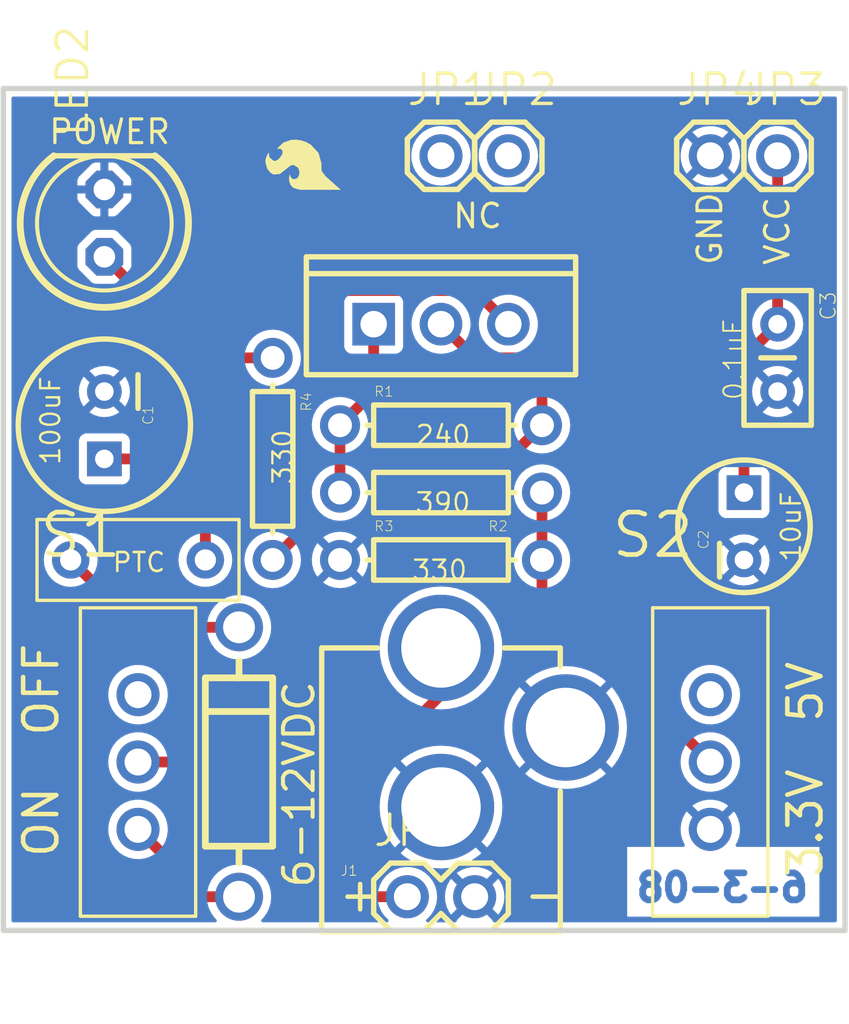
<source format=kicad_pcb>
(kicad_pcb (version 20211014) (generator pcbnew)
  (layers (0 "F.Cu" signal) (31 "B.Cu" signal) (34 "B.Paste" user) (35 "F.Paste" user) (36 "B.SilkS" user "B.Silkscreen") (37 "F.SilkS" user "F.Silkscreen") (38 "B.Mask" user) (39 "F.Mask" user) (44 "Edge.Cuts" user))
  (net 0 "")
  (net 1 "GND")
  (net 2 "N$5")
  (net 3 "N$8")
  (net 4 "RAW")
  (net 5 "VCC")
  (net 6 "N$1")
  (net 7 "N$2")
  (net 8 "N$3")
  (net 9 "N$4")
  (footprint "eagleBoard:CAP-PTH-SMALL2" (layer "F.Cu") (at 161.8361 98.0186 -90)
    (fp_text reference "C3" (at -1.27 -1.905 90) (layer "F.SilkS") (effects (font (size 0.564733 0.564733) (thickness 0.044867)) (justify right)))
    (fp_text value "0.1uF" (at 2.921 1.651 90) (layer "F.SilkS") (effects (font (size 0.7455 0.7455) (thickness 0.0673)) (justify left)))
    (fp_line (start 3.81 1.27) (end -1.27 1.27) (layer "F.SilkS") (width 0.2032))
    (fp_line (start 1.27 -0.635) (end 1.27 0.635) (layer "F.SilkS") (width 0.2032))
    (fp_line (start -1.27 -1.27) (end 3.81 -1.27) (layer "F.SilkS") (width 0.2032))
    (fp_line (start -1.27 1.27) (end -1.27 -1.27) (layer "F.SilkS") (width 0.2032))
    (fp_line (start 3.81 -1.27) (end 3.81 1.27) (layer "F.SilkS") (width 0.2032))
    (pad "1" thru_hole circle (at 0 0 270) (size 1.3096 1.3096) (drill 0.7) (layers *.Cu *.Mask) (net 5 "VCC"))
    (pad "2" thru_hole circle (at 2.54 0 270) (size 1.3096 1.3096) (drill 0.7) (layers *.Cu *.Mask) (net 1 "GND"))
  )
  (footprint "eagleBoard:AXIAL-0.3" (layer "F.Cu") (at 142.7861 103.0986 -90)
    (fp_text reference "R4" (at -2.54 -1.27 90) (layer "F.SilkS") (effects (font (size 0.376489 0.376489) (thickness 0.029911)) (justify right)))
    (fp_text value "330" (at 1.016 -0.381 90) (layer "F.SilkS") (effects (font (size 0.723067 0.723067) (thickness 0.089733)) (justify left)))
    (fp_line (start 2.54 0) (end 2.54 0.762) (layer "F.SilkS") (width 0.2032))
    (fp_line (start 2.54 0) (end 2.794 0) (layer "F.SilkS") (width 0.2032))
    (fp_line (start -2.54 -0.762) (end 2.54 -0.762) (layer "F.SilkS") (width 0.2032))
    (fp_line (start 2.54 0.762) (end -2.54 0.762) (layer "F.SilkS") (width 0.2032))
    (fp_line (start -2.54 0.762) (end -2.54 0) (layer "F.SilkS") (width 0.2032))
    (fp_line (start 2.54 -0.762) (end 2.54 0) (layer "F.SilkS") (width 0.2032))
    (fp_line (start -2.54 0) (end -2.54 -0.762) (layer "F.SilkS") (width 0.2032))
    (fp_line (start -2.54 0) (end -2.794 0) (layer "F.SilkS") (width 0.2032))
    (pad "P$1" thru_hole circle (at -3.81 0 270) (size 1.5096 1.5096) (drill 0.9) (layers *.Cu *.Mask) (net 3 "N$8"))
    (pad "P$2" thru_hole circle (at 3.81 0 270) (size 1.5096 1.5096) (drill 0.9) (layers *.Cu *.Mask) (net 5 "VCC"))
  )
  (footprint "eagleBoard:CPOL-RADIAL-100UF-25V" (layer "F.Cu") (at 136.4361 101.8286 -90)
    (fp_text reference "C1" (at -0.762 -1.651 90) (layer "F.SilkS") (effects (font (size 0.376489 0.376489) (thickness 0.029911)) (justify right)))
    (fp_text value "100uF" (at -1.905 2.032 90) (layer "F.SilkS") (effects (font (size 0.723067 0.723067) (thickness 0.089733)) (justify right)))
    (fp_line (start -0.635 -1.27) (end -1.905 -1.27) (layer "F.SilkS") (width 0.2032))
    (fp_circle (center 0 0) (end 3.25 0) (layer "F.SilkS") (width 0.2032) (fill none))
    (pad "1" thru_hole rect (at 1.27 0 270) (size 1.3096 1.3096) (drill 0.7) (layers *.Cu *.Mask) (net 4 "RAW"))
    (pad "2" thru_hole circle (at -1.27 0 270) (size 1.3096 1.3096) (drill 0.7) (layers *.Cu *.Mask) (net 1 "GND"))
  )
  (footprint "eagleBoard:1X01" (layer "F.Cu") (at 161.8361 91.6686)
    (fp_text reference "JP3" (at -1.3462 -1.8288) (layer "F.SilkS") (effects (font (size 1.143 1.143) (thickness 0.127)) (justify left bottom)))
    (fp_text value "")
    (fp_line (start -0.635 -1.27) (end -1.27 -0.635) (layer "F.SilkS") (width 0.2032))
    (fp_line (start -1.27 0.635) (end -0.635 1.27) (layer "F.SilkS") (width 0.2032))
    (fp_line (start 1.27 0.635) (end 0.635 1.27) (layer "F.SilkS") (width 0.2032))
    (fp_line (start -0.635 -1.27) (end 0.635 -1.27) (layer "F.SilkS") (width 0.2032))
    (fp_line (start 0.635 -1.27) (end 1.27 -0.635) (layer "F.SilkS") (width 0.2032))
    (fp_line (start -1.27 -0.635) (end -1.27 0.635) (layer "F.SilkS") (width 0.2032))
    (fp_line (start 0.635 1.27) (end -0.635 1.27) (layer "F.SilkS") (width 0.2032))
    (fp_line (start 1.27 -0.635) (end 1.27 0.635) (layer "F.SilkS") (width 0.2032))
    (pad "1" thru_hole circle (at 0 0 90) (size 1.6256 1.6256) (drill 1.016) (layers *.Cu *.Mask) (net 5 "VCC"))
  )
  (footprint "eagleBoard:1X01" (layer "F.Cu") (at 149.1361 91.6686)
    (fp_text reference "JP1" (at -1.3462 -1.8288) (layer "F.SilkS") (effects (font (size 1.143 1.143) (thickness 0.127)) (justify left bottom)))
    (fp_text value "")
    (fp_line (start 0.635 -1.27) (end 1.27 -0.635) (layer "F.SilkS") (width 0.2032))
    (fp_line (start -1.27 0.635) (end -0.635 1.27) (layer "F.SilkS") (width 0.2032))
    (fp_line (start 1.27 0.635) (end 0.635 1.27) (layer "F.SilkS") (width 0.2032))
    (fp_line (start 0.635 1.27) (end -0.635 1.27) (layer "F.SilkS") (width 0.2032))
    (fp_line (start 1.27 -0.635) (end 1.27 0.635) (layer "F.SilkS") (width 0.2032))
    (fp_line (start -0.635 -1.27) (end -1.27 -0.635) (layer "F.SilkS") (width 0.2032))
    (fp_line (start -0.635 -1.27) (end 0.635 -1.27) (layer "F.SilkS") (width 0.2032))
    (fp_line (start -1.27 -0.635) (end -1.27 0.635) (layer "F.SilkS") (width 0.2032))
    (pad "1" thru_hole circle (at 0 0 90) (size 1.6256 1.6256) (drill 1.016) (layers *.Cu *.Mask))
  )
  (footprint "eagleBoard:1X01" (layer "F.Cu") (at 151.6761 91.6686)
    (fp_text reference "JP2" (at -1.3462 -1.8288) (layer "F.SilkS") (effects (font (size 1.143 1.143) (thickness 0.127)) (justify left bottom)))
    (fp_text value "")
    (fp_line (start 0.635 1.27) (end -0.635 1.27) (layer "F.SilkS") (width 0.2032))
    (fp_line (start 1.27 0.635) (end 0.635 1.27) (layer "F.SilkS") (width 0.2032))
    (fp_line (start 1.27 -0.635) (end 1.27 0.635) (layer "F.SilkS") (width 0.2032))
    (fp_line (start -0.635 -1.27) (end -1.27 -0.635) (layer "F.SilkS") (width 0.2032))
    (fp_line (start -1.27 0.635) (end -0.635 1.27) (layer "F.SilkS") (width 0.2032))
    (fp_line (start -0.635 -1.27) (end 0.635 -1.27) (layer "F.SilkS") (width 0.2032))
    (fp_line (start 0.635 -1.27) (end 1.27 -0.635) (layer "F.SilkS") (width 0.2032))
    (fp_line (start -1.27 -0.635) (end -1.27 0.635) (layer "F.SilkS") (width 0.2032))
    (pad "1" thru_hole circle (at 0 0 90) (size 1.6256 1.6256) (drill 1.016) (layers *.Cu *.Mask))
  )
  (footprint "eagleBoard:SFE-LOGO-FLAME" (layer "F.Cu") (at 145.3261 92.9386 90)
    (fp_text reference "U$1" hide)
    (fp_text value "LOGO-SFESK" hide)
    (fp_poly (pts (xy 1.126002 -2.808203) (xy 1.215449 -2.785829) (xy 1.228477 -2.780783) (xy 1.240149 -2.774875) (xy 1.25686 -2.766576) (xy 1.275552 -2.759834) (xy 1.371694 -2.7026) (xy 1.3793 -2.7026) (xy 1.3793 -2.6772) (xy 1.306833 -2.6772) (xy 1.208418 -2.657914) (xy 1.074855 -2.495286) (xy 1.079365 -2.436825) (xy 1.12809 -2.341869) (xy 1.204666 -2.265196) (xy 1.294069 -2.200638) (xy 1.369348 -2.168824) (xy 1.450737 -2.171632) (xy 1.458864 -2.174186) (xy 1.466257 -2.177389) (xy 1.530514 -2.236956) (xy 1.5368 -2.259812) (xy 1.5368 -2.377938) (xy 1.763707 -2.148127) (xy 1.868186 -1.856841) (xy 1.871603 -1.856894) (xy 1.87806 -1.650435) (xy 1.848857 -1.45742) (xy 1.785308 -1.272842) (xy 1.6663 -1.061578) (xy 1.6663 -1.080581) (xy 1.378131 -0.80901) (xy 0.982239 -0.6985) (xy 0.753005 -0.6985) (xy 0.716201 -0.692046) (xy 0.681776 -0.679592) (xy 0.496322 -0.541784) (xy -0.0126 0.03091) (xy -0.0126 -1.52077) (xy 0.060004 -1.761967) (xy 0.168295 -1.865489) (xy 0.307122 -1.917522) (xy 0.4039 -1.925089) (xy 0.499384 -1.917623) (xy 0.55991 -1.908099) (xy 0.557788 -1.884433) (xy 0.522216 -1.885242) (xy 0.501784 -1.876141) (xy 0.420519 -1.817154) (xy 0.400722 -1.79067) (xy 0.390395 -1.7285) (xy 0.400905 -1.665229) (xy 0.421405 -1.625174) (xy 0.452343 -1.592685) (xy 0.546535 -1.54355) (xy 0.652229 -1.531742) (xy 0.742768 -1.550084) (xy 0.82422 -1.589656) (xy 0.92203 -1.754659) (xy 0.907706 -1.848844) (xy 0.850914 -1.930401) (xy 0.584707 -2.263237) (xy 0.561667 -2.510855) (xy 0.627495 -2.621556) (xy 0.629042 -2.623103) (xy 0.778901 -2.74712) (xy 1.032676 -2.817064)) (layer "F.SilkS") (width 0) (fill solid))
  )
  (footprint "eagleBoard:LED5MM" (layer "F.Cu") (at 136.4361 94.2086 90)
    (fp_text reference "LED2" (at 3.175 -0.5334 90) (layer "F.SilkS") (effects (font (size 1.143 1.143) (thickness 0.127)) (justify left bottom)))
    (fp_text value "Power")
    (fp_line (start 2.54 1.905) (end 2.54 -1.905) (layer "F.SilkS") (width 0.2032))
    (fp_arc (start 2.54 1.905) (mid -3.175 0) (end 2.54 -1.905) (layer "F.SilkS") (width 0.254))
    (fp_circle (center 0 0) (end 2.54 0) (layer "F.SilkS") (width 0.1524) (fill none))
    (pad "A" thru_hole roundrect (at -1.27 0 90) (size 1.4224 1.4224) (drill 0.8128) (layers *.Cu *.Mask) (chamfer_ratio 0.2928932188) (chamfer top_left top_right bottom_left bottom_right) (net 3 "N$8"))
    (pad "K" thru_hole roundrect (at 1.27 0 90) (size 1.4224 1.4224) (drill 0.8128) (layers *.Cu *.Mask) (chamfer_ratio 0.2928932188) (chamfer top_left top_right bottom_left bottom_right) (net 1 "GND"))
  )
  (footprint "eagleBoard:PTC" (layer "F.Cu") (at 137.7061 106.9086)
    (fp_text reference "F1" hide)
    (fp_text value "500mA" hide)
    (fp_line (start -3.81 1.524) (end -3.81 -1.524) (layer "F.SilkS") (width 0.127))
    (fp_line (start 3.81 -1.524) (end 3.81 1.524) (layer "F.SilkS") (width 0.127))
    (fp_line (start 3.81 1.524) (end -3.81 1.524) (layer "F.SilkS") (width 0.127))
    (fp_line (start -3.81 -1.524) (end 3.81 -1.524) (layer "F.SilkS") (width 0.127))
    (pad "P$1" thru_hole circle (at -2.54 0) (size 1.4096 1.4096) (drill 0.8) (layers *.Cu *.Mask) (net 6 "N$1"))
    (pad "P$2" thru_hole circle (at 2.54 0) (size 1.4096 1.4096) (drill 0.8) (layers *.Cu *.Mask) (net 4 "RAW"))
  )
  (footprint "eagleBoard:TO220-ADJ" (layer "F.Cu") (at 149.1361 98.0186)
    (fp_text reference "U1" hide)
    (fp_text value "LM317" hide)
    (fp_line (start 5.08 -1.905) (end -5.08 -1.905) (layer "F.SilkS") (width 0.2032))
    (fp_line (start 5.08 -2.54) (end 5.08 -1.905) (layer "F.SilkS") (width 0.2032))
    (fp_line (start -5.08 -1.905) (end -5.08 -2.54) (layer "F.SilkS") (width 0.2032))
    (fp_line (start 5.08 -1.905) (end 5.08 1.905) (layer "F.SilkS") (width 0.2032))
    (fp_line (start -5.08 1.905) (end -5.08 -1.905) (layer "F.SilkS") (width 0.2032))
    (fp_line (start -5.08 -2.54) (end 5.08 -2.54) (layer "F.SilkS") (width 0.2032))
    (fp_line (start 5.08 1.905) (end -5.08 1.905) (layer "F.SilkS") (width 0.2032))
    (pad "ADJ" thru_hole rect (at -2.54 0) (size 1.6096 1.6096) (drill 1) (layers *.Cu *.Mask) (net 2 "N$5"))
    (pad "IN" thru_hole circle (at 2.54 0) (size 1.6096 1.6096) (drill 1) (layers *.Cu *.Mask) (net 4 "RAW"))
    (pad "OUT" thru_hole circle (at 0 0) (size 1.6096 1.6096) (drill 1) (layers *.Cu *.Mask) (net 5 "VCC"))
  )
  (footprint "eagleBoard:AXIAL-0.3" (layer "F.Cu") (at 149.1361 106.9086)
    (fp_text reference "R3" (at -2.54 -1.27) (layer "F.SilkS") (effects (font (size 0.376489 0.376489) (thickness 0.029911)) (justify left)))
    (fp_text value "330" (at -1.143 0.381) (layer "F.SilkS") (effects (font (size 0.723067 0.723067) (thickness 0.089733)) (justify left)))
    (fp_line (start 2.54 -0.762) (end 2.54 0) (layer "F.SilkS") (width 0.2032))
    (fp_line (start -2.54 0) (end -2.54 -0.762) (layer "F.SilkS") (width 0.2032))
    (fp_line (start -2.54 -0.762) (end 2.54 -0.762) (layer "F.SilkS") (width 0.2032))
    (fp_line (start 2.54 0.762) (end -2.54 0.762) (layer "F.SilkS") (width 0.2032))
    (fp_line (start -2.54 0) (end -2.794 0) (layer "F.SilkS") (width 0.2032))
    (fp_line (start 2.54 0) (end 2.54 0.762) (layer "F.SilkS") (width 0.2032))
    (fp_line (start 2.54 0) (end 2.794 0) (layer "F.SilkS") (width 0.2032))
    (fp_line (start -2.54 0.762) (end -2.54 0) (layer "F.SilkS") (width 0.2032))
    (pad "P$1" thru_hole circle (at -3.81 0) (size 1.5096 1.5096) (drill 0.9) (layers *.Cu *.Mask) (net 1 "GND"))
    (pad "P$2" thru_hole circle (at 3.81 0) (size 1.5096 1.5096) (drill 0.9) (layers *.Cu *.Mask) (net 9 "N$4"))
  )
  (footprint "eagleBoard:AXIAL-0.3" (layer "F.Cu") (at 149.1361 104.3686 180)
    (fp_text reference "R2" (at -2.54 -1.27) (layer "F.SilkS") (effects (font (size 0.376489 0.376489) (thickness 0.029911)) (justify right)))
    (fp_text value "390" (at 1.016 -0.381) (layer "F.SilkS") (effects (font (size 0.723067 0.723067) (thickness 0.089733)) (justify left)))
    (fp_line (start 2.54 0) (end 2.794 0) (layer "F.SilkS") (width 0.2032))
    (fp_line (start -2.54 -0.762) (end 2.54 -0.762) (layer "F.SilkS") (width 0.2032))
    (fp_line (start -2.54 0) (end -2.54 -0.762) (layer "F.SilkS") (width 0.2032))
    (fp_line (start 2.54 0) (end 2.54 0.762) (layer "F.SilkS") (width 0.2032))
    (fp_line (start 2.54 -0.762) (end 2.54 0) (layer "F.SilkS") (width 0.2032))
    (fp_line (start 2.54 0.762) (end -2.54 0.762) (layer "F.SilkS") (width 0.2032))
    (fp_line (start -2.54 0.762) (end -2.54 0) (layer "F.SilkS") (width 0.2032))
    (fp_line (start -2.54 0) (end -2.794 0) (layer "F.SilkS") (width 0.2032))
    (pad "P$1" thru_hole circle (at -3.81 0 180) (size 1.5096 1.5096) (drill 0.9) (layers *.Cu *.Mask) (net 9 "N$4"))
    (pad "P$2" thru_hole circle (at 3.81 0 180) (size 1.5096 1.5096) (drill 0.9) (layers *.Cu *.Mask) (net 2 "N$5"))
  )
  (footprint "eagleBoard:1X01" (layer "F.Cu") (at 159.2961 91.6686)
    (fp_text reference "JP4" (at -1.3462 -1.8288) (layer "F.SilkS") (effects (font (size 1.143 1.143) (thickness 0.127)) (justify left bottom)))
    (fp_text value "")
    (fp_line (start 0.635 1.27) (end -0.635 1.27) (layer "F.SilkS") (width 0.2032))
    (fp_line (start 0.635 -1.27) (end 1.27 -0.635) (layer "F.SilkS") (width 0.2032))
    (fp_line (start -1.27 0.635) (end -0.635 1.27) (layer "F.SilkS") (width 0.2032))
    (fp_line (start -1.27 -0.635) (end -1.27 0.635) (layer "F.SilkS") (width 0.2032))
    (fp_line (start 1.27 0.635) (end 0.635 1.27) (layer "F.SilkS") (width 0.2032))
    (fp_line (start -0.635 -1.27) (end 0.635 -1.27) (layer "F.SilkS") (width 0.2032))
    (fp_line (start -0.635 -1.27) (end -1.27 -0.635) (layer "F.SilkS") (width 0.2032))
    (fp_line (start 1.27 -0.635) (end 1.27 0.635) (layer "F.SilkS") (width 0.2032))
    (pad "1" thru_hole circle (at 0 0 90) (size 1.6256 1.6256) (drill 1.016) (layers *.Cu *.Mask) (net 1 "GND"))
  )
  (footprint "eagleBoard:SWITCH-SPST" (layer "F.Cu") (at 137.7061 114.5286)
    (fp_text reference "S1" (at -3.81 -7.62) (layer "F.SilkS") (effects (font (size 1.6002 1.6002) (thickness 0.1778)) (justify left bottom)))
    (fp_text value "On/Off")
    (fp_line (start -2.175 -5.815) (end -2.175 5.815) (layer "F.SilkS") (width 0.127))
    (fp_line (start -2.175 5.815) (end 2.175 5.815) (layer "F.SilkS") (width 0.127))
    (fp_line (start 2.175 5.815) (end 2.175 -5.815) (layer "F.SilkS") (width 0.127))
    (fp_line (start 2.175 -5.815) (end -2.175 -5.815) (layer "F.SilkS") (width 0.127))
    (pad "1" thru_hole circle (at 0 -2.54) (size 1.6256 1.6256) (drill 1.016) (layers *.Cu *.Mask))
    (pad "2" thru_hole circle (at 0 0) (size 1.6256 1.6256) (drill 1.016) (layers *.Cu *.Mask) (net 8 "N$3"))
    (pad "3" thru_hole circle (at 0 2.54) (size 1.6256 1.6256) (drill 1.016) (layers *.Cu *.Mask) (net 7 "N$2"))
  )
  (footprint "eagleBoard:AXIAL-0.3" (layer "F.Cu") (at 149.1361 101.8286)
    (fp_text reference "R1" (at -2.54 -1.27) (layer "F.SilkS") (effects (font (size 0.376489 0.376489) (thickness 0.029911)) (justify left)))
    (fp_text value "240" (at -1.016 0.381) (layer "F.SilkS") (effects (font (size 0.723067 0.723067) (thickness 0.089733)) (justify left)))
    (fp_line (start 2.54 0) (end 2.54 0.762) (layer "F.SilkS") (width 0.2032))
    (fp_line (start 2.54 0.762) (end -2.54 0.762) (layer "F.SilkS") (width 0.2032))
    (fp_line (start 2.54 -0.762) (end 2.54 0) (layer "F.SilkS") (width 0.2032))
    (fp_line (start -2.54 -0.762) (end 2.54 -0.762) (layer "F.SilkS") (width 0.2032))
    (fp_line (start -2.54 0) (end -2.794 0) (layer "F.SilkS") (width 0.2032))
    (fp_line (start -2.54 0.762) (end -2.54 0) (layer "F.SilkS") (width 0.2032))
    (fp_line (start -2.54 0) (end -2.54 -0.762) (layer "F.SilkS") (width 0.2032))
    (fp_line (start 2.54 0) (end 2.794 0) (layer "F.SilkS") (width 0.2032))
    (pad "P$1" thru_hole circle (at -3.81 0) (size 1.5096 1.5096) (drill 0.9) (layers *.Cu *.Mask) (net 2 "N$5"))
    (pad "P$2" thru_hole circle (at 3.81 0) (size 1.5096 1.5096) (drill 0.9) (layers *.Cu *.Mask) (net 5 "VCC"))
  )
  (footprint "eagleBoard:SWITCH-SPST" (layer "F.Cu") (at 159.2961 114.5286)
    (fp_text reference "S2" (at -3.81 -7.62) (layer "F.SilkS") (effects (font (size 1.6002 1.6002) (thickness 0.1778)) (justify left bottom)))
    (fp_text value "Voltage")
    (fp_line (start 2.175 5.815) (end 2.175 -5.815) (layer "F.SilkS") (width 0.127))
    (fp_line (start -2.175 5.815) (end 2.175 5.815) (layer "F.SilkS") (width 0.127))
    (fp_line (start 2.175 -5.815) (end -2.175 -5.815) (layer "F.SilkS") (width 0.127))
    (fp_line (start -2.175 -5.815) (end -2.175 5.815) (layer "F.SilkS") (width 0.127))
    (pad "1" thru_hole circle (at 0 -2.54) (size 1.6256 1.6256) (drill 1.016) (layers *.Cu *.Mask))
    (pad "2" thru_hole circle (at 0 0) (size 1.6256 1.6256) (drill 1.016) (layers *.Cu *.Mask) (net 9 "N$4"))
    (pad "3" thru_hole circle (at 0 2.54) (size 1.6256 1.6256) (drill 1.016) (layers *.Cu *.Mask) (net 1 "GND"))
  )
  (footprint "eagleBoard:DIODE-0.4" (layer "F.Cu") (at 141.5161 119.6086 90)
    (fp_text reference "D1" hide)
    (fp_text value "1N4001" hide)
    (fp_line (start 8.255 0) (end 8.89 0) (layer "F.SilkS") (width 0.254))
    (fp_line (start 6.985 1.27) (end 8.255 1.27) (layer "F.SilkS") (width 0.254))
    (fp_line (start 1.905 -1.27) (end 1.905 0) (layer "F.SilkS") (width 0.254))
    (fp_line (start 8.255 -1.27) (end 6.985 -1.27) (layer "F.SilkS") (width 0.254))
    (fp_line (start 8.255 0) (end 8.255 -1.27) (layer "F.SilkS") (width 0.254))
    (fp_line (start 1.905 0) (end 1.27 0) (layer "F.SilkS") (width 0.254))
    (fp_line (start 1.905 0) (end 1.905 1.27) (layer "F.SilkS") (width 0.254))
    (fp_line (start 6.985 -1.27) (end 1.905 -1.27) (layer "F.SilkS") (width 0.254))
    (fp_line (start 1.905 1.27) (end 6.985 1.27) (layer "F.SilkS") (width 0.254))
    (fp_line (start 6.985 -1.27) (end 6.985 1.27) (layer "F.SilkS") (width 0.254))
    (fp_line (start 8.255 1.27) (end 8.255 0) (layer "F.SilkS") (width 0.254))
    (pad "A" thru_hole circle (at 0 0 90) (size 1.8096 1.8096) (drill 1.2) (layers *.Cu *.Mask) (net 7 "N$2"))
    (pad "C" thru_hole circle (at 10.16 0 90) (size 1.8096 1.8096) (drill 1.2) (layers *.Cu *.Mask) (net 6 "N$1"))
  )
  (footprint "eagleBoard:POWER_JACK_PTH" (layer "F.Cu") (at 149.1361 123.9266)
    (fp_text reference "J1" (at -3.81 -5.08) (layer "F.SilkS") (effects (font (size 0.373888 0.373888) (thickness 0.032512)) (justify left bottom)))
    (fp_text value "POWER_JACKPTH")
    (fp_line (start -4.5 -3) (end -4.5 -13.7) (layer "F.SilkS") (width 0.2032))
    (fp_line (start -4.5 -3) (end 4.5 -3) (layer "F.SilkS") (width 0.2032))
    (fp_line (start 4.5 -13.7) (end 4.5 -13) (layer "F.SilkS") (width 0.2032))
    (fp_line (start 4.5 -13.7) (end 2.4 -13.7) (layer "F.SilkS") (width 0.2032))
    (fp_line (start -4.5 -13.7) (end -2.4 -13.7) (layer "F.SilkS") (width 0.2032))
    (fp_line (start 4.5 -3) (end 4.5 -8.3) (layer "F.SilkS") (width 0.2032))
    (pad "GND" thru_hole circle (at 0 -7.7) (size 4.0132 4.0132) (drill 2.9972) (layers *.Cu *.Mask) (net 1 "GND"))
    (pad "GNDBREAK" thru_hole circle (at 4.7 -10.7 90) (size 4.0132 4.0132) (drill 2.9972) (layers *.Cu *.Mask) (net 1 "GND"))
    (pad "PWR" thru_hole circle (at 0 -13.7) (size 4.0132 4.0132) (drill 2.9972) (layers *.Cu *.Mask) (net 8 "N$3"))
  )
  (footprint "eagleBoard:CPOL-RADIAL-10UF-25V" (layer "F.Cu") (at 160.5661 105.6386 90)
    (fp_text reference "C2" (at -0.889 -1.524 90) (layer "F.SilkS") (effects (font (size 0.376489 0.376489) (thickness 0.029911)) (justify left)))
    (fp_text value "10uF" (at -1.397 1.778 90) (layer "F.SilkS") (effects (font (size 0.723067 0.723067) (thickness 0.089733)) (justify left)))
    (fp_line (start -0.645 -0.92) (end -1.915 -0.92) (layer "F.SilkS") (width 0.2032))
    (fp_circle (center 0 0) (end 2.5 0) (layer "F.SilkS") (width 0.2032) (fill none))
    (pad "1" thru_hole rect (at 1.27 0 90) (size 1.3096 1.3096) (drill 0.7) (layers *.Cu *.Mask) (net 5 "VCC"))
    (pad "2" thru_hole circle (at -1.27 0 90) (size 1.3096 1.3096) (drill 0.7) (layers *.Cu *.Mask) (net 1 "GND"))
  )
  (footprint "eagleBoard:1X02" (layer "F.Cu") (at 147.8661 119.6086)
    (fp_text reference "JP5" (at -1.3462 -1.8288) (layer "F.SilkS") (effects (font (size 1.143 1.143) (thickness 0.127)) (justify left bottom)))
    (fp_text value "")
    (fp_line (start 1.905 1.27) (end 1.27 0.635) (layer "F.SilkS") (width 0.2032))
    (fp_line (start 1.905 -1.27) (end 3.175 -1.27) (layer "F.SilkS") (width 0.2032))
    (fp_line (start -0.635 -1.27) (end 0.635 -1.27) (layer "F.SilkS") (width 0.2032))
    (fp_line (start 3.175 -1.27) (end 3.81 -0.635) (layer "F.SilkS") (width 0.2032))
    (fp_line (start 1.27 0.635) (end 0.635 1.27) (layer "F.SilkS") (width 0.2032))
    (fp_line (start 0.635 1.27) (end -0.635 1.27) (layer "F.SilkS") (width 0.2032))
    (fp_line (start 3.81 0.635) (end 3.175 1.27) (layer "F.SilkS") (width 0.2032))
    (fp_line (start 0.635 -1.27) (end 1.27 -0.635) (layer "F.SilkS") (width 0.2032))
    (fp_line (start -1.27 0.635) (end -0.635 1.27) (layer "F.SilkS") (width 0.2032))
    (fp_line (start -0.635 -1.27) (end -1.27 -0.635) (layer "F.SilkS") (width 0.2032))
    (fp_line (start 3.81 -0.635) (end 3.81 0.635) (layer "F.SilkS") (width 0.2032))
    (fp_line (start 3.175 1.27) (end 1.905 1.27) (layer "F.SilkS") (width 0.2032))
    (fp_line (start -1.27 -0.635) (end -1.27 0.635) (layer "F.SilkS") (width 0.2032))
    (fp_line (start 1.27 -0.635) (end 1.905 -1.27) (layer "F.SilkS") (width 0.2032))
    (pad "1" thru_hole circle (at 0 0 90) (size 1.6256 1.6256) (drill 1.016) (layers *.Cu *.Mask) (net 8 "N$3"))
    (pad "2" thru_hole circle (at 2.54 0 90) (size 1.6256 1.6256) (drill 1.016) (layers *.Cu *.Mask) (net 1 "GND"))
  )
  (gr_line (start 132.6261 89.1286) (end 132.6261 120.8786) (layer "Edge.Cuts") (width 0.2032))
  (gr_line (start 164.3761 89.1286) (end 132.6261 89.1286) (layer "Edge.Cuts") (width 0.2032))
  (gr_line (start 132.6261 120.8786) (end 164.3761 120.8786) (layer "Edge.Cuts") (width 0.2032))
  (gr_line (start 164.3761 120.8786) (end 164.3761 89.1286) (layer "Edge.Cuts") (width 0.2032))
  (gr_text "6-3-08" (at 163.1061 119.8626) (layer "B.Cu") (effects (font (size 1.016 1.016) (thickness 0.254)) (justify left bottom mirror)))
  (gr_text "OFF" (at 134.7851 113.6396 90) (layer "F.SilkS") (effects (font (size 1.251712 1.251712) (thickness 0.170688)) (justify left bottom)))
  (gr_text "5V" (at 163.6141 113.1316 90) (layer "F.SilkS") (effects (font (size 1.251712 1.251712) (thickness 0.170688)) (justify left bottom)))
  (gr_text "ON" (at 134.7851 118.2116 90) (layer "F.SilkS") (effects (font (size 1.251712 1.251712) (thickness 0.170688)) (justify left bottom)))
  (gr_text "3.3V" (at 163.6141 118.9736 90) (layer "F.SilkS") (effects (font (size 1.251712 1.251712) (thickness 0.170688)) (justify left bottom)))
  (gr_text "NC" (at 149.5171 94.4626) (layer "F.SilkS") (effects (font (size 0.89408 0.89408) (thickness 0.12192)) (justify left bottom)))
  (gr_text "VCC" (at 162.3441 95.8596 90) (layer "F.SilkS") (effects (font (size 0.89408 0.89408) (thickness 0.12192)) (justify left bottom)))
  (gr_text "GND" (at 159.8041 95.8596 90) (layer "F.SilkS") (effects (font (size 0.89408 0.89408) (thickness 0.12192)) (justify left bottom)))
  (gr_text "-" (at 152.1841 120.2436) (layer "F.SilkS") (effects (font (size 1.251712 1.251712) (thickness 0.170688)) (justify left bottom)))
  (gr_text "PTC" (at 136.6901 107.4166) (layer "F.SilkS") (effects (font (size 0.715264 0.715264) (thickness 0.097536)) (justify left bottom)))
  (gr_text "POWER" (at 134.2771 91.2876) (layer "F.SilkS") (effects (font (size 0.89408 0.89408) (thickness 0.12192)) (justify left bottom)))
  (gr_text "6-12VDC" (at 144.4371 119.3546 90) (layer "F.SilkS") (effects (font (size 1.1176 1.1176) (thickness 0.1524)) (justify left bottom)))
  (gr_text "+" (at 145.1991 120.2436) (layer "F.SilkS") (effects (font (size 1.251712 1.251712) (thickness 0.170688)) (justify left bottom)))
  (segment (start 145.3261 104.3686) (end 145.3261 101.8286) (width 0.4064) (layer "F.Cu") (net 2))
  (segment (start 145.3261 101.8286) (end 146.5961 100.5586) (width 0.4064) (layer "F.Cu") (net 2))
  (segment (start 146.5961 100.5586) (end 146.5961 98.0186) (width 0.4064) (layer "F.Cu") (net 2))
  (segment (start 136.4361 95.4786) (end 140.2461 99.2886) (width 0.4064) (layer "F.Cu") (net 3))
  (segment (start 140.2461 99.2886) (end 142.7861 99.2886) (width 0.4064) (layer "F.Cu") (net 3))
  (segment (start 140.2461 103.0986) (end 141.5161 103.0986) (width 0.4064) (layer "F.Cu") (net 4))
  (segment (start 140.2461 103.0986) (end 136.4361 103.0986) (width 0.4064) (layer "F.Cu") (net 4))
  (segment (start 141.5161 103.0986) (end 144.0561 100.5586) (width 0.4064) (layer "F.Cu") (net 4))
  (segment (start 145.3261 96.7486) (end 150.4061 96.7486) (width 0.4064) (layer "F.Cu") (net 4))
  (segment (start 144.0561 100.5586) (end 144.0561 98.0186) (width 0.4064) (layer "F.Cu") (net 4))
  (segment (start 140.2461 106.9086) (end 140.2461 103.0986) (width 0.4064) (layer "F.Cu") (net 4))
  (segment (start 144.0561 98.0186) (end 145.3261 96.7486) (width 0.4064) (layer "F.Cu") (net 4))
  (segment (start 150.4061 96.7486) (end 151.6761 98.0186) (width 0.4064) (layer "F.Cu") (net 4))
  (segment (start 152.9461 101.8286) (end 152.9461 99.2886) (width 0.4064) (layer "F.Cu") (net 5))
  (segment (start 160.5661 99.2886) (end 161.8361 98.0186) (width 0.4064) (layer "F.Cu") (net 5))
  (segment (start 142.7861 106.9086) (end 144.0561 105.6386) (width 0.4064) (layer "F.Cu") (net 5))
  (segment (start 149.1361 105.6386) (end 152.9461 101.8286) (width 0.4064) (layer "F.Cu") (net 5))
  (segment (start 152.9461 99.2886) (end 150.4061 99.2886) (width 0.4064) (layer "F.Cu") (net 5))
  (segment (start 161.8361 98.0186) (end 161.8361 91.6686) (width 0.4064) (layer "F.Cu") (net 5))
  (segment (start 150.4061 99.2886) (end 149.1361 98.0186) (width 0.4064) (layer "F.Cu") (net 5))
  (segment (start 160.5661 99.2886) (end 160.5661 104.3686) (width 0.4064) (layer "F.Cu") (net 5))
  (segment (start 144.0561 105.6386) (end 149.1361 105.6386) (width 0.4064) (layer "F.Cu") (net 5))
  (segment (start 152.9461 99.2886) (end 160.5661 99.2886) (width 0.4064) (layer "F.Cu") (net 5))
  (segment (start 135.1661 106.9086) (end 137.7061 109.4486) (width 0.4064) (layer "F.Cu") (net 6))
  (segment (start 137.7061 109.4486) (end 141.5161 109.4486) (width 0.4064) (layer "F.Cu") (net 6))
  (segment (start 140.2461 119.6086) (end 141.5161 119.6086) (width 0.4064) (layer "F.Cu") (net 7))
  (segment (start 137.7061 117.0686) (end 140.2461 119.6086) (width 0.4064) (layer "F.Cu") (net 7))
  (segment (start 145.3261 114.5286) (end 146.5961 114.5286) (width 0.4064) (layer "F.Cu") (net 8))
  (segment (start 146.5961 119.6086) (end 147.8661 119.6086) (width 0.4064) (layer "F.Cu") (net 8))
  (segment (start 149.1361 111.9886) (end 149.1361 110.2266) (width 0.4064) (layer "F.Cu") (net 8))
  (segment (start 146.5961 114.5286) (end 149.1361 111.9886) (width 0.4064) (layer "F.Cu") (net 8))
  (segment (start 145.3261 118.3386) (end 146.5961 119.6086) (width 0.4064) (layer "F.Cu") (net 8))
  (segment (start 145.3261 114.5286) (end 145.3261 118.3386) (width 0.4064) (layer "F.Cu") (net 8))
  (segment (start 137.7061 114.5286) (end 145.3261 114.5286) (width 0.4064) (layer "F.Cu") (net 8))
  (segment (start 159.2961 114.5286) (end 152.9461 108.1786) (width 0.4064) (layer "F.Cu") (net 9))
  (segment (start 152.9461 106.9086) (end 152.9461 104.3686) (width 0.4064) (layer "F.Cu") (net 9))
  (segment (start 152.9461 108.1786) (end 152.9461 106.9086) (width 0.4064) (layer "F.Cu") (net 9))
  (zone (net 1) (net_name "GND") (layer "B.Cu") (priority 6) (connect_pads (clearance 0.3048)) (min_thickness 0.127) (fill yes (thermal_gap 0.304) (thermal_bridge_width 0.304))
    (polygon (pts (xy 164.5031 121.0056) (xy 132.4991 121.0056) (xy 132.4991 89.0016) (xy 164.5031 89.0016)))
  )
)
</source>
